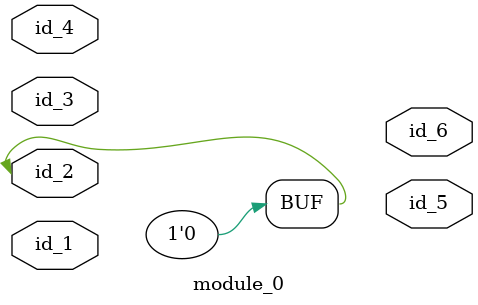
<source format=v>
module module_0 (
    id_1,
    id_2,
    id_3,
    id_4,
    id_5,
    id_6
);
  output id_6;
  output id_5;
  inout id_4;
  input id_3;
  inout id_2;
  inout id_1;
  assign id_2 = ~1;
endmodule

</source>
